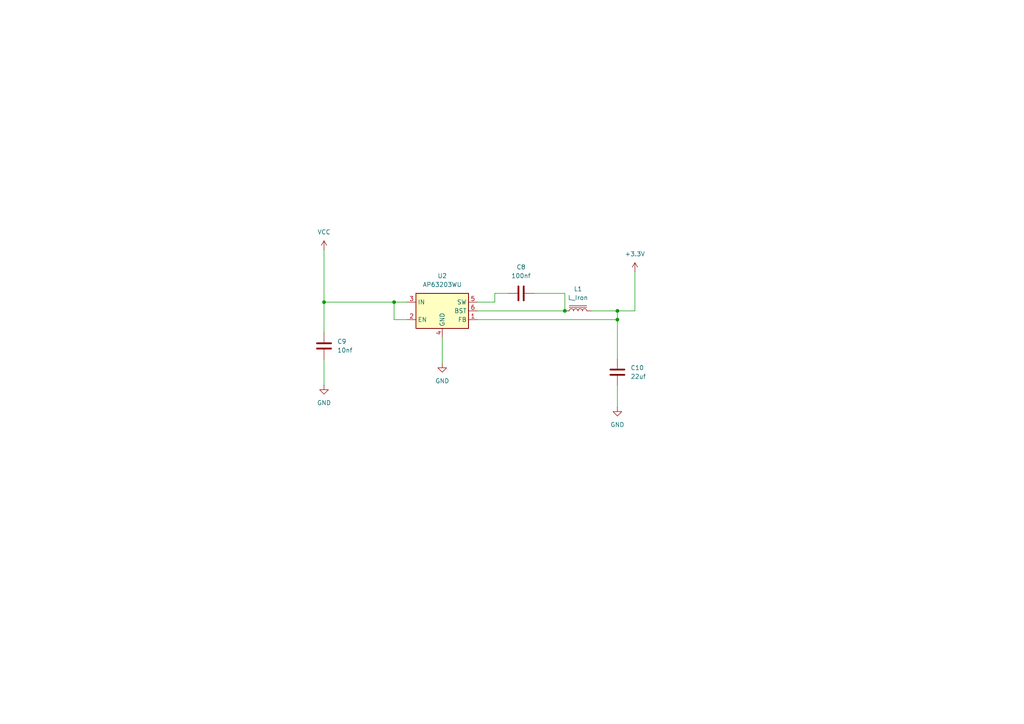
<source format=kicad_sch>
(kicad_sch
	(version 20250114)
	(generator "eeschema")
	(generator_version "9.0")
	(uuid "fc23e7ac-ea76-453a-9352-cc7dbd88fb0c")
	(paper "A4")
	(lib_symbols
		(symbol "Device:C"
			(pin_numbers
				(hide yes)
			)
			(pin_names
				(offset 0.254)
			)
			(exclude_from_sim no)
			(in_bom yes)
			(on_board yes)
			(property "Reference" "C"
				(at 0.635 2.54 0)
				(effects
					(font
						(size 1.27 1.27)
					)
					(justify left)
				)
			)
			(property "Value" "C"
				(at 0.635 -2.54 0)
				(effects
					(font
						(size 1.27 1.27)
					)
					(justify left)
				)
			)
			(property "Footprint" ""
				(at 0.9652 -3.81 0)
				(effects
					(font
						(size 1.27 1.27)
					)
					(hide yes)
				)
			)
			(property "Datasheet" "~"
				(at 0 0 0)
				(effects
					(font
						(size 1.27 1.27)
					)
					(hide yes)
				)
			)
			(property "Description" "Unpolarized capacitor"
				(at 0 0 0)
				(effects
					(font
						(size 1.27 1.27)
					)
					(hide yes)
				)
			)
			(property "ki_keywords" "cap capacitor"
				(at 0 0 0)
				(effects
					(font
						(size 1.27 1.27)
					)
					(hide yes)
				)
			)
			(property "ki_fp_filters" "C_*"
				(at 0 0 0)
				(effects
					(font
						(size 1.27 1.27)
					)
					(hide yes)
				)
			)
			(symbol "C_0_1"
				(polyline
					(pts
						(xy -2.032 0.762) (xy 2.032 0.762)
					)
					(stroke
						(width 0.508)
						(type default)
					)
					(fill
						(type none)
					)
				)
				(polyline
					(pts
						(xy -2.032 -0.762) (xy 2.032 -0.762)
					)
					(stroke
						(width 0.508)
						(type default)
					)
					(fill
						(type none)
					)
				)
			)
			(symbol "C_1_1"
				(pin passive line
					(at 0 3.81 270)
					(length 2.794)
					(name "~"
						(effects
							(font
								(size 1.27 1.27)
							)
						)
					)
					(number "1"
						(effects
							(font
								(size 1.27 1.27)
							)
						)
					)
				)
				(pin passive line
					(at 0 -3.81 90)
					(length 2.794)
					(name "~"
						(effects
							(font
								(size 1.27 1.27)
							)
						)
					)
					(number "2"
						(effects
							(font
								(size 1.27 1.27)
							)
						)
					)
				)
			)
			(embedded_fonts no)
		)
		(symbol "Device:L_Iron"
			(pin_numbers
				(hide yes)
			)
			(pin_names
				(offset 1.016)
				(hide yes)
			)
			(exclude_from_sim no)
			(in_bom yes)
			(on_board yes)
			(property "Reference" "L"
				(at -1.27 0 90)
				(effects
					(font
						(size 1.27 1.27)
					)
				)
			)
			(property "Value" "L_Iron"
				(at 2.794 0 90)
				(effects
					(font
						(size 1.27 1.27)
					)
				)
			)
			(property "Footprint" ""
				(at 0 0 0)
				(effects
					(font
						(size 1.27 1.27)
					)
					(hide yes)
				)
			)
			(property "Datasheet" "~"
				(at 0 0 0)
				(effects
					(font
						(size 1.27 1.27)
					)
					(hide yes)
				)
			)
			(property "Description" "Inductor with iron core"
				(at 0 0 0)
				(effects
					(font
						(size 1.27 1.27)
					)
					(hide yes)
				)
			)
			(property "ki_keywords" "inductor choke coil reactor magnetic"
				(at 0 0 0)
				(effects
					(font
						(size 1.27 1.27)
					)
					(hide yes)
				)
			)
			(property "ki_fp_filters" "Choke_* *Coil* Inductor_* L_*"
				(at 0 0 0)
				(effects
					(font
						(size 1.27 1.27)
					)
					(hide yes)
				)
			)
			(symbol "L_Iron_0_1"
				(arc
					(start 0 2.54)
					(mid 0.6323 1.905)
					(end 0 1.27)
					(stroke
						(width 0)
						(type default)
					)
					(fill
						(type none)
					)
				)
				(arc
					(start 0 1.27)
					(mid 0.6323 0.635)
					(end 0 0)
					(stroke
						(width 0)
						(type default)
					)
					(fill
						(type none)
					)
				)
				(arc
					(start 0 0)
					(mid 0.6323 -0.635)
					(end 0 -1.27)
					(stroke
						(width 0)
						(type default)
					)
					(fill
						(type none)
					)
				)
				(arc
					(start 0 -1.27)
					(mid 0.6323 -1.905)
					(end 0 -2.54)
					(stroke
						(width 0)
						(type default)
					)
					(fill
						(type none)
					)
				)
				(polyline
					(pts
						(xy 1.016 2.54) (xy 1.016 -2.54)
					)
					(stroke
						(width 0)
						(type default)
					)
					(fill
						(type none)
					)
				)
				(polyline
					(pts
						(xy 1.524 -2.54) (xy 1.524 2.54)
					)
					(stroke
						(width 0)
						(type default)
					)
					(fill
						(type none)
					)
				)
			)
			(symbol "L_Iron_1_1"
				(pin passive line
					(at 0 3.81 270)
					(length 1.27)
					(name "1"
						(effects
							(font
								(size 1.27 1.27)
							)
						)
					)
					(number "1"
						(effects
							(font
								(size 1.27 1.27)
							)
						)
					)
				)
				(pin passive line
					(at 0 -3.81 90)
					(length 1.27)
					(name "2"
						(effects
							(font
								(size 1.27 1.27)
							)
						)
					)
					(number "2"
						(effects
							(font
								(size 1.27 1.27)
							)
						)
					)
				)
			)
			(embedded_fonts no)
		)
		(symbol "Regulator_Switching:AP63203WU"
			(exclude_from_sim no)
			(in_bom yes)
			(on_board yes)
			(property "Reference" "U"
				(at -7.62 6.35 0)
				(effects
					(font
						(size 1.27 1.27)
					)
				)
			)
			(property "Value" "AP63203WU"
				(at 2.54 6.35 0)
				(effects
					(font
						(size 1.27 1.27)
					)
				)
			)
			(property "Footprint" "Package_TO_SOT_SMD:TSOT-23-6"
				(at 0 -22.86 0)
				(effects
					(font
						(size 1.27 1.27)
					)
					(hide yes)
				)
			)
			(property "Datasheet" "https://www.diodes.com/assets/Datasheets/AP63200-AP63201-AP63203-AP63205.pdf"
				(at 0 0 0)
				(effects
					(font
						(size 1.27 1.27)
					)
					(hide yes)
				)
			)
			(property "Description" "2A, 1.1MHz Buck DC/DC Converter, fixed 3.3V output voltage, TSOT-23-6"
				(at 0 0 0)
				(effects
					(font
						(size 1.27 1.27)
					)
					(hide yes)
				)
			)
			(property "ki_keywords" "2A Buck DC/DC"
				(at 0 0 0)
				(effects
					(font
						(size 1.27 1.27)
					)
					(hide yes)
				)
			)
			(property "ki_fp_filters" "TSOT?23*"
				(at 0 0 0)
				(effects
					(font
						(size 1.27 1.27)
					)
					(hide yes)
				)
			)
			(symbol "AP63203WU_0_1"
				(rectangle
					(start -7.62 5.08)
					(end 7.62 -5.08)
					(stroke
						(width 0.254)
						(type default)
					)
					(fill
						(type background)
					)
				)
			)
			(symbol "AP63203WU_1_1"
				(pin power_in line
					(at -10.16 2.54 0)
					(length 2.54)
					(name "IN"
						(effects
							(font
								(size 1.27 1.27)
							)
						)
					)
					(number "3"
						(effects
							(font
								(size 1.27 1.27)
							)
						)
					)
				)
				(pin input line
					(at -10.16 -2.54 0)
					(length 2.54)
					(name "EN"
						(effects
							(font
								(size 1.27 1.27)
							)
						)
					)
					(number "2"
						(effects
							(font
								(size 1.27 1.27)
							)
						)
					)
				)
				(pin power_in line
					(at 0 -7.62 90)
					(length 2.54)
					(name "GND"
						(effects
							(font
								(size 1.27 1.27)
							)
						)
					)
					(number "4"
						(effects
							(font
								(size 1.27 1.27)
							)
						)
					)
				)
				(pin output line
					(at 10.16 2.54 180)
					(length 2.54)
					(name "SW"
						(effects
							(font
								(size 1.27 1.27)
							)
						)
					)
					(number "5"
						(effects
							(font
								(size 1.27 1.27)
							)
						)
					)
				)
				(pin passive line
					(at 10.16 0 180)
					(length 2.54)
					(name "BST"
						(effects
							(font
								(size 1.27 1.27)
							)
						)
					)
					(number "6"
						(effects
							(font
								(size 1.27 1.27)
							)
						)
					)
				)
				(pin input line
					(at 10.16 -2.54 180)
					(length 2.54)
					(name "FB"
						(effects
							(font
								(size 1.27 1.27)
							)
						)
					)
					(number "1"
						(effects
							(font
								(size 1.27 1.27)
							)
						)
					)
				)
			)
			(embedded_fonts no)
		)
		(symbol "power:+3.3V"
			(power)
			(pin_numbers
				(hide yes)
			)
			(pin_names
				(offset 0)
				(hide yes)
			)
			(exclude_from_sim no)
			(in_bom yes)
			(on_board yes)
			(property "Reference" "#PWR"
				(at 0 -3.81 0)
				(effects
					(font
						(size 1.27 1.27)
					)
					(hide yes)
				)
			)
			(property "Value" "+3.3V"
				(at 0 3.556 0)
				(effects
					(font
						(size 1.27 1.27)
					)
				)
			)
			(property "Footprint" ""
				(at 0 0 0)
				(effects
					(font
						(size 1.27 1.27)
					)
					(hide yes)
				)
			)
			(property "Datasheet" ""
				(at 0 0 0)
				(effects
					(font
						(size 1.27 1.27)
					)
					(hide yes)
				)
			)
			(property "Description" "Power symbol creates a global label with name \"+3.3V\""
				(at 0 0 0)
				(effects
					(font
						(size 1.27 1.27)
					)
					(hide yes)
				)
			)
			(property "ki_keywords" "global power"
				(at 0 0 0)
				(effects
					(font
						(size 1.27 1.27)
					)
					(hide yes)
				)
			)
			(symbol "+3.3V_0_1"
				(polyline
					(pts
						(xy -0.762 1.27) (xy 0 2.54)
					)
					(stroke
						(width 0)
						(type default)
					)
					(fill
						(type none)
					)
				)
				(polyline
					(pts
						(xy 0 2.54) (xy 0.762 1.27)
					)
					(stroke
						(width 0)
						(type default)
					)
					(fill
						(type none)
					)
				)
				(polyline
					(pts
						(xy 0 0) (xy 0 2.54)
					)
					(stroke
						(width 0)
						(type default)
					)
					(fill
						(type none)
					)
				)
			)
			(symbol "+3.3V_1_1"
				(pin power_in line
					(at 0 0 90)
					(length 0)
					(name "~"
						(effects
							(font
								(size 1.27 1.27)
							)
						)
					)
					(number "1"
						(effects
							(font
								(size 1.27 1.27)
							)
						)
					)
				)
			)
			(embedded_fonts no)
		)
		(symbol "power:GND"
			(power)
			(pin_numbers
				(hide yes)
			)
			(pin_names
				(offset 0)
				(hide yes)
			)
			(exclude_from_sim no)
			(in_bom yes)
			(on_board yes)
			(property "Reference" "#PWR"
				(at 0 -6.35 0)
				(effects
					(font
						(size 1.27 1.27)
					)
					(hide yes)
				)
			)
			(property "Value" "GND"
				(at 0 -3.81 0)
				(effects
					(font
						(size 1.27 1.27)
					)
				)
			)
			(property "Footprint" ""
				(at 0 0 0)
				(effects
					(font
						(size 1.27 1.27)
					)
					(hide yes)
				)
			)
			(property "Datasheet" ""
				(at 0 0 0)
				(effects
					(font
						(size 1.27 1.27)
					)
					(hide yes)
				)
			)
			(property "Description" "Power symbol creates a global label with name \"GND\" , ground"
				(at 0 0 0)
				(effects
					(font
						(size 1.27 1.27)
					)
					(hide yes)
				)
			)
			(property "ki_keywords" "global power"
				(at 0 0 0)
				(effects
					(font
						(size 1.27 1.27)
					)
					(hide yes)
				)
			)
			(symbol "GND_0_1"
				(polyline
					(pts
						(xy 0 0) (xy 0 -1.27) (xy 1.27 -1.27) (xy 0 -2.54) (xy -1.27 -1.27) (xy 0 -1.27)
					)
					(stroke
						(width 0)
						(type default)
					)
					(fill
						(type none)
					)
				)
			)
			(symbol "GND_1_1"
				(pin power_in line
					(at 0 0 270)
					(length 0)
					(name "~"
						(effects
							(font
								(size 1.27 1.27)
							)
						)
					)
					(number "1"
						(effects
							(font
								(size 1.27 1.27)
							)
						)
					)
				)
			)
			(embedded_fonts no)
		)
		(symbol "power:VCC"
			(power)
			(pin_numbers
				(hide yes)
			)
			(pin_names
				(offset 0)
				(hide yes)
			)
			(exclude_from_sim no)
			(in_bom yes)
			(on_board yes)
			(property "Reference" "#PWR"
				(at 0 -3.81 0)
				(effects
					(font
						(size 1.27 1.27)
					)
					(hide yes)
				)
			)
			(property "Value" "VCC"
				(at 0 3.556 0)
				(effects
					(font
						(size 1.27 1.27)
					)
				)
			)
			(property "Footprint" ""
				(at 0 0 0)
				(effects
					(font
						(size 1.27 1.27)
					)
					(hide yes)
				)
			)
			(property "Datasheet" ""
				(at 0 0 0)
				(effects
					(font
						(size 1.27 1.27)
					)
					(hide yes)
				)
			)
			(property "Description" "Power symbol creates a global label with name \"VCC\""
				(at 0 0 0)
				(effects
					(font
						(size 1.27 1.27)
					)
					(hide yes)
				)
			)
			(property "ki_keywords" "global power"
				(at 0 0 0)
				(effects
					(font
						(size 1.27 1.27)
					)
					(hide yes)
				)
			)
			(symbol "VCC_0_1"
				(polyline
					(pts
						(xy -0.762 1.27) (xy 0 2.54)
					)
					(stroke
						(width 0)
						(type default)
					)
					(fill
						(type none)
					)
				)
				(polyline
					(pts
						(xy 0 2.54) (xy 0.762 1.27)
					)
					(stroke
						(width 0)
						(type default)
					)
					(fill
						(type none)
					)
				)
				(polyline
					(pts
						(xy 0 0) (xy 0 2.54)
					)
					(stroke
						(width 0)
						(type default)
					)
					(fill
						(type none)
					)
				)
			)
			(symbol "VCC_1_1"
				(pin power_in line
					(at 0 0 90)
					(length 0)
					(name "~"
						(effects
							(font
								(size 1.27 1.27)
							)
						)
					)
					(number "1"
						(effects
							(font
								(size 1.27 1.27)
							)
						)
					)
				)
			)
			(embedded_fonts no)
		)
	)
	(junction
		(at 163.83 90.17)
		(diameter 0)
		(color 0 0 0 0)
		(uuid "18009c13-3ce2-47fc-8166-70d23fe69e15")
	)
	(junction
		(at 93.98 87.63)
		(diameter 0)
		(color 0 0 0 0)
		(uuid "41bfb1c4-9c2c-434f-ae56-d101d2ce77b9")
	)
	(junction
		(at 114.3 87.63)
		(diameter 0)
		(color 0 0 0 0)
		(uuid "476ce4fa-3737-4beb-883c-4295fcd3072a")
	)
	(junction
		(at 179.07 92.71)
		(diameter 0)
		(color 0 0 0 0)
		(uuid "c4475e31-f1f3-481d-aeae-5327d77fca7b")
	)
	(junction
		(at 179.07 90.17)
		(diameter 0)
		(color 0 0 0 0)
		(uuid "cc7084ed-044e-499a-bbdb-79f8d8f78ade")
	)
	(wire
		(pts
			(xy 179.07 92.71) (xy 179.07 104.14)
		)
		(stroke
			(width 0)
			(type default)
		)
		(uuid "006c6f15-8d02-42ee-8357-74eadaf0ffa8")
	)
	(wire
		(pts
			(xy 118.11 92.71) (xy 114.3 92.71)
		)
		(stroke
			(width 0)
			(type default)
		)
		(uuid "02406705-9465-4362-ba90-a3a853db47e8")
	)
	(wire
		(pts
			(xy 179.07 111.76) (xy 179.07 118.11)
		)
		(stroke
			(width 0)
			(type default)
		)
		(uuid "0d284e8a-6abf-4b56-be2c-4aa0e463ccf4")
	)
	(wire
		(pts
			(xy 184.15 78.74) (xy 184.15 90.17)
		)
		(stroke
			(width 0)
			(type default)
		)
		(uuid "104669a5-b782-4929-94d8-60b86dc834f1")
	)
	(wire
		(pts
			(xy 93.98 87.63) (xy 93.98 72.39)
		)
		(stroke
			(width 0)
			(type default)
		)
		(uuid "26d08b97-188e-497d-b996-215b77840e30")
	)
	(wire
		(pts
			(xy 114.3 87.63) (xy 93.98 87.63)
		)
		(stroke
			(width 0)
			(type default)
		)
		(uuid "2bf3f935-aed6-44de-9603-6bac3a25a5d0")
	)
	(wire
		(pts
			(xy 179.07 90.17) (xy 184.15 90.17)
		)
		(stroke
			(width 0)
			(type default)
		)
		(uuid "32a90f57-e626-4e74-b320-1cdee5cf329f")
	)
	(wire
		(pts
			(xy 118.11 87.63) (xy 114.3 87.63)
		)
		(stroke
			(width 0)
			(type default)
		)
		(uuid "39c51adc-7aeb-451f-a67c-0bdc2d7926ec")
	)
	(wire
		(pts
			(xy 143.51 87.63) (xy 143.51 85.09)
		)
		(stroke
			(width 0)
			(type default)
		)
		(uuid "5ccd2ead-fc1e-4c21-9606-54abc057a23f")
	)
	(wire
		(pts
			(xy 128.27 97.79) (xy 128.27 105.41)
		)
		(stroke
			(width 0)
			(type default)
		)
		(uuid "5ffdbb86-de76-4c80-ba99-0e5dc2f5e219")
	)
	(wire
		(pts
			(xy 171.45 90.17) (xy 179.07 90.17)
		)
		(stroke
			(width 0)
			(type default)
		)
		(uuid "65fbf745-6f71-415c-b2db-332bb8ccb6cc")
	)
	(wire
		(pts
			(xy 179.07 90.17) (xy 179.07 92.71)
		)
		(stroke
			(width 0)
			(type default)
		)
		(uuid "6b75aede-512d-4c15-88b8-42f6c1abc1a4")
	)
	(wire
		(pts
			(xy 138.43 90.17) (xy 163.83 90.17)
		)
		(stroke
			(width 0)
			(type default)
		)
		(uuid "7bfd16fb-59b2-4f65-8d64-603ecf419829")
	)
	(wire
		(pts
			(xy 154.94 85.09) (xy 163.83 85.09)
		)
		(stroke
			(width 0)
			(type default)
		)
		(uuid "963d60ee-0d1a-40a9-8900-28071b1cb7e6")
	)
	(wire
		(pts
			(xy 143.51 85.09) (xy 147.32 85.09)
		)
		(stroke
			(width 0)
			(type default)
		)
		(uuid "9a5d57e4-8190-4c28-a380-b9a62a386619")
	)
	(wire
		(pts
			(xy 163.83 85.09) (xy 163.83 90.17)
		)
		(stroke
			(width 0)
			(type default)
		)
		(uuid "b2cb55c1-5ec8-4c76-a758-9eab22692e5f")
	)
	(wire
		(pts
			(xy 93.98 87.63) (xy 93.98 96.52)
		)
		(stroke
			(width 0)
			(type default)
		)
		(uuid "b426bd1b-bef3-4120-8227-273113f84933")
	)
	(wire
		(pts
			(xy 138.43 87.63) (xy 143.51 87.63)
		)
		(stroke
			(width 0)
			(type default)
		)
		(uuid "c2e9224d-40c7-4607-a2ed-37e627321bf2")
	)
	(wire
		(pts
			(xy 93.98 104.14) (xy 93.98 111.76)
		)
		(stroke
			(width 0)
			(type default)
		)
		(uuid "c6796476-6b1a-4a46-af00-366d990d09a1")
	)
	(wire
		(pts
			(xy 114.3 92.71) (xy 114.3 87.63)
		)
		(stroke
			(width 0)
			(type default)
		)
		(uuid "d8b9642f-7d6b-4929-8932-c6c49e7127c8")
	)
	(wire
		(pts
			(xy 138.43 92.71) (xy 179.07 92.71)
		)
		(stroke
			(width 0)
			(type default)
		)
		(uuid "fd1653f9-4762-4c74-98f6-59a1f5d00e54")
	)
	(symbol
		(lib_id "power:GND")
		(at 179.07 118.11 0)
		(unit 1)
		(exclude_from_sim no)
		(in_bom yes)
		(on_board yes)
		(dnp no)
		(fields_autoplaced yes)
		(uuid "030b17f9-cdc7-4e84-9e98-29ca8df9c1f4")
		(property "Reference" "#PWR042"
			(at 179.07 124.46 0)
			(effects
				(font
					(size 1.27 1.27)
				)
				(hide yes)
			)
		)
		(property "Value" "GND"
			(at 179.07 123.19 0)
			(effects
				(font
					(size 1.27 1.27)
				)
			)
		)
		(property "Footprint" ""
			(at 179.07 118.11 0)
			(effects
				(font
					(size 1.27 1.27)
				)
				(hide yes)
			)
		)
		(property "Datasheet" ""
			(at 179.07 118.11 0)
			(effects
				(font
					(size 1.27 1.27)
				)
				(hide yes)
			)
		)
		(property "Description" "Power symbol creates a global label with name \"GND\" , ground"
			(at 179.07 118.11 0)
			(effects
				(font
					(size 1.27 1.27)
				)
				(hide yes)
			)
		)
		(pin "1"
			(uuid "f570e275-6fd4-4bf4-9b6e-f5fd25e01bba")
		)
		(instances
			(project "micro autodoor"
				(path "/3dc9151e-2269-486b-a333-294da30e5c12/2a311e9e-5d57-4c9f-9d0e-316388e7aa1e"
					(reference "#PWR042")
					(unit 1)
				)
			)
		)
	)
	(symbol
		(lib_id "Device:L_Iron")
		(at 167.64 90.17 90)
		(unit 1)
		(exclude_from_sim no)
		(in_bom yes)
		(on_board yes)
		(dnp no)
		(fields_autoplaced yes)
		(uuid "0ddce1e6-30f4-4243-a749-8c033f6fa77f")
		(property "Reference" "L1"
			(at 167.64 83.82 90)
			(effects
				(font
					(size 1.27 1.27)
				)
			)
		)
		(property "Value" "L_Iron"
			(at 167.64 86.36 90)
			(effects
				(font
					(size 1.27 1.27)
				)
			)
		)
		(property "Footprint" ""
			(at 167.64 90.17 0)
			(effects
				(font
					(size 1.27 1.27)
				)
				(hide yes)
			)
		)
		(property "Datasheet" "~"
			(at 167.64 90.17 0)
			(effects
				(font
					(size 1.27 1.27)
				)
				(hide yes)
			)
		)
		(property "Description" "Inductor with iron core"
			(at 167.64 90.17 0)
			(effects
				(font
					(size 1.27 1.27)
				)
				(hide yes)
			)
		)
		(pin "2"
			(uuid "90ae4a82-e075-46fd-83d3-5dbd4a61f933")
		)
		(pin "1"
			(uuid "e7dd1447-83d3-4df8-9f85-769f9e9a2f19")
		)
		(instances
			(project ""
				(path "/3dc9151e-2269-486b-a333-294da30e5c12/2a311e9e-5d57-4c9f-9d0e-316388e7aa1e"
					(reference "L1")
					(unit 1)
				)
			)
		)
	)
	(symbol
		(lib_id "power:VCC")
		(at 93.98 72.39 0)
		(unit 1)
		(exclude_from_sim no)
		(in_bom yes)
		(on_board yes)
		(dnp no)
		(fields_autoplaced yes)
		(uuid "1932f92a-fcfa-45ee-b6eb-cdfe9c7ec5ce")
		(property "Reference" "#PWR05"
			(at 93.98 76.2 0)
			(effects
				(font
					(size 1.27 1.27)
				)
				(hide yes)
			)
		)
		(property "Value" "VCC"
			(at 93.98 67.31 0)
			(effects
				(font
					(size 1.27 1.27)
				)
			)
		)
		(property "Footprint" ""
			(at 93.98 72.39 0)
			(effects
				(font
					(size 1.27 1.27)
				)
				(hide yes)
			)
		)
		(property "Datasheet" ""
			(at 93.98 72.39 0)
			(effects
				(font
					(size 1.27 1.27)
				)
				(hide yes)
			)
		)
		(property "Description" "Power symbol creates a global label with name \"VCC\""
			(at 93.98 72.39 0)
			(effects
				(font
					(size 1.27 1.27)
				)
				(hide yes)
			)
		)
		(pin "1"
			(uuid "40a507ad-f7b7-4dc7-898b-57c4ca29902e")
		)
		(instances
			(project ""
				(path "/3dc9151e-2269-486b-a333-294da30e5c12/2a311e9e-5d57-4c9f-9d0e-316388e7aa1e"
					(reference "#PWR05")
					(unit 1)
				)
			)
		)
	)
	(symbol
		(lib_id "power:GND")
		(at 93.98 111.76 0)
		(unit 1)
		(exclude_from_sim no)
		(in_bom yes)
		(on_board yes)
		(dnp no)
		(fields_autoplaced yes)
		(uuid "3ff6da73-fe50-4539-a0ca-5786b686724c")
		(property "Reference" "#PWR06"
			(at 93.98 118.11 0)
			(effects
				(font
					(size 1.27 1.27)
				)
				(hide yes)
			)
		)
		(property "Value" "GND"
			(at 93.98 116.84 0)
			(effects
				(font
					(size 1.27 1.27)
				)
			)
		)
		(property "Footprint" ""
			(at 93.98 111.76 0)
			(effects
				(font
					(size 1.27 1.27)
				)
				(hide yes)
			)
		)
		(property "Datasheet" ""
			(at 93.98 111.76 0)
			(effects
				(font
					(size 1.27 1.27)
				)
				(hide yes)
			)
		)
		(property "Description" "Power symbol creates a global label with name \"GND\" , ground"
			(at 93.98 111.76 0)
			(effects
				(font
					(size 1.27 1.27)
				)
				(hide yes)
			)
		)
		(pin "1"
			(uuid "69b1ab8a-4c0d-41d5-8c47-ff778baba363")
		)
		(instances
			(project ""
				(path "/3dc9151e-2269-486b-a333-294da30e5c12/2a311e9e-5d57-4c9f-9d0e-316388e7aa1e"
					(reference "#PWR06")
					(unit 1)
				)
			)
		)
	)
	(symbol
		(lib_id "Device:C")
		(at 151.13 85.09 90)
		(unit 1)
		(exclude_from_sim no)
		(in_bom yes)
		(on_board yes)
		(dnp no)
		(fields_autoplaced yes)
		(uuid "5fcea5a3-5e49-4034-8a2e-eea024849945")
		(property "Reference" "C8"
			(at 151.13 77.47 90)
			(effects
				(font
					(size 1.27 1.27)
				)
			)
		)
		(property "Value" "100nf"
			(at 151.13 80.01 90)
			(effects
				(font
					(size 1.27 1.27)
				)
			)
		)
		(property "Footprint" ""
			(at 154.94 84.1248 0)
			(effects
				(font
					(size 1.27 1.27)
				)
				(hide yes)
			)
		)
		(property "Datasheet" "~"
			(at 151.13 85.09 0)
			(effects
				(font
					(size 1.27 1.27)
				)
				(hide yes)
			)
		)
		(property "Description" "Unpolarized capacitor"
			(at 151.13 85.09 0)
			(effects
				(font
					(size 1.27 1.27)
				)
				(hide yes)
			)
		)
		(pin "1"
			(uuid "ff1af585-b501-4a30-8915-bc0ce83c3c03")
		)
		(pin "2"
			(uuid "b65fd058-1af7-4042-a299-e1a3ed4f7ff1")
		)
		(instances
			(project ""
				(path "/3dc9151e-2269-486b-a333-294da30e5c12/2a311e9e-5d57-4c9f-9d0e-316388e7aa1e"
					(reference "C8")
					(unit 1)
				)
			)
		)
	)
	(symbol
		(lib_id "power:GND")
		(at 128.27 105.41 0)
		(unit 1)
		(exclude_from_sim no)
		(in_bom yes)
		(on_board yes)
		(dnp no)
		(fields_autoplaced yes)
		(uuid "873fd0f8-8b28-44f6-a394-984adf4c834a")
		(property "Reference" "#PWR034"
			(at 128.27 111.76 0)
			(effects
				(font
					(size 1.27 1.27)
				)
				(hide yes)
			)
		)
		(property "Value" "GND"
			(at 128.27 110.49 0)
			(effects
				(font
					(size 1.27 1.27)
				)
			)
		)
		(property "Footprint" ""
			(at 128.27 105.41 0)
			(effects
				(font
					(size 1.27 1.27)
				)
				(hide yes)
			)
		)
		(property "Datasheet" ""
			(at 128.27 105.41 0)
			(effects
				(font
					(size 1.27 1.27)
				)
				(hide yes)
			)
		)
		(property "Description" "Power symbol creates a global label with name \"GND\" , ground"
			(at 128.27 105.41 0)
			(effects
				(font
					(size 1.27 1.27)
				)
				(hide yes)
			)
		)
		(pin "1"
			(uuid "556041de-df4c-44c6-9f61-7add07af30ba")
		)
		(instances
			(project "micro autodoor"
				(path "/3dc9151e-2269-486b-a333-294da30e5c12/2a311e9e-5d57-4c9f-9d0e-316388e7aa1e"
					(reference "#PWR034")
					(unit 1)
				)
			)
		)
	)
	(symbol
		(lib_id "Regulator_Switching:AP63203WU")
		(at 128.27 90.17 0)
		(unit 1)
		(exclude_from_sim no)
		(in_bom yes)
		(on_board yes)
		(dnp no)
		(fields_autoplaced yes)
		(uuid "977291b5-8e28-4be7-9f81-e8bf89f8e145")
		(property "Reference" "U2"
			(at 128.27 80.01 0)
			(effects
				(font
					(size 1.27 1.27)
				)
			)
		)
		(property "Value" "AP63203WU"
			(at 128.27 82.55 0)
			(effects
				(font
					(size 1.27 1.27)
				)
			)
		)
		(property "Footprint" "Package_TO_SOT_SMD:TSOT-23-6"
			(at 128.27 113.03 0)
			(effects
				(font
					(size 1.27 1.27)
				)
				(hide yes)
			)
		)
		(property "Datasheet" "https://www.diodes.com/assets/Datasheets/AP63200-AP63201-AP63203-AP63205.pdf"
			(at 128.27 90.17 0)
			(effects
				(font
					(size 1.27 1.27)
				)
				(hide yes)
			)
		)
		(property "Description" "2A, 1.1MHz Buck DC/DC Converter, fixed 3.3V output voltage, TSOT-23-6"
			(at 128.27 90.17 0)
			(effects
				(font
					(size 1.27 1.27)
				)
				(hide yes)
			)
		)
		(pin "3"
			(uuid "fcfbf1dc-9070-4c26-af61-9e1a212e0ba3")
		)
		(pin "5"
			(uuid "f860a632-18d5-46f4-93df-50a06c7a9657")
		)
		(pin "6"
			(uuid "69da3aa0-f11b-485f-ac91-6d660b5f3c69")
		)
		(pin "4"
			(uuid "206b2c9a-4127-44bf-b7d0-b46aa583e076")
		)
		(pin "1"
			(uuid "807e84eb-eaf9-4fd9-bfd0-90076555a754")
		)
		(pin "2"
			(uuid "633b1c46-272e-4ecd-952f-393719234131")
		)
		(instances
			(project ""
				(path "/3dc9151e-2269-486b-a333-294da30e5c12/2a311e9e-5d57-4c9f-9d0e-316388e7aa1e"
					(reference "U2")
					(unit 1)
				)
			)
		)
	)
	(symbol
		(lib_id "power:+3.3V")
		(at 184.15 78.74 0)
		(unit 1)
		(exclude_from_sim no)
		(in_bom yes)
		(on_board yes)
		(dnp no)
		(fields_autoplaced yes)
		(uuid "bf11f45b-e505-4e58-88ed-80691765c26d")
		(property "Reference" "#PWR07"
			(at 184.15 82.55 0)
			(effects
				(font
					(size 1.27 1.27)
				)
				(hide yes)
			)
		)
		(property "Value" "+3.3V"
			(at 184.15 73.66 0)
			(effects
				(font
					(size 1.27 1.27)
				)
			)
		)
		(property "Footprint" ""
			(at 184.15 78.74 0)
			(effects
				(font
					(size 1.27 1.27)
				)
				(hide yes)
			)
		)
		(property "Datasheet" ""
			(at 184.15 78.74 0)
			(effects
				(font
					(size 1.27 1.27)
				)
				(hide yes)
			)
		)
		(property "Description" "Power symbol creates a global label with name \"+3.3V\""
			(at 184.15 78.74 0)
			(effects
				(font
					(size 1.27 1.27)
				)
				(hide yes)
			)
		)
		(pin "1"
			(uuid "6a191b18-4c3c-4d55-a43e-356509210be0")
		)
		(instances
			(project ""
				(path "/3dc9151e-2269-486b-a333-294da30e5c12/2a311e9e-5d57-4c9f-9d0e-316388e7aa1e"
					(reference "#PWR07")
					(unit 1)
				)
			)
		)
	)
	(symbol
		(lib_id "Device:C")
		(at 93.98 100.33 0)
		(unit 1)
		(exclude_from_sim no)
		(in_bom yes)
		(on_board yes)
		(dnp no)
		(fields_autoplaced yes)
		(uuid "e3c5d9d8-df0e-4d97-904c-5290fde7c59f")
		(property "Reference" "C9"
			(at 97.79 99.0599 0)
			(effects
				(font
					(size 1.27 1.27)
				)
				(justify left)
			)
		)
		(property "Value" "10nf"
			(at 97.79 101.5999 0)
			(effects
				(font
					(size 1.27 1.27)
				)
				(justify left)
			)
		)
		(property "Footprint" ""
			(at 94.9452 104.14 0)
			(effects
				(font
					(size 1.27 1.27)
				)
				(hide yes)
			)
		)
		(property "Datasheet" "~"
			(at 93.98 100.33 0)
			(effects
				(font
					(size 1.27 1.27)
				)
				(hide yes)
			)
		)
		(property "Description" "Unpolarized capacitor"
			(at 93.98 100.33 0)
			(effects
				(font
					(size 1.27 1.27)
				)
				(hide yes)
			)
		)
		(pin "1"
			(uuid "ff1af585-b501-4a30-8915-bc0ce83c3c03")
		)
		(pin "2"
			(uuid "b65fd058-1af7-4042-a299-e1a3ed4f7ff1")
		)
		(instances
			(project ""
				(path "/3dc9151e-2269-486b-a333-294da30e5c12/2a311e9e-5d57-4c9f-9d0e-316388e7aa1e"
					(reference "C9")
					(unit 1)
				)
			)
		)
	)
	(symbol
		(lib_id "Device:C")
		(at 179.07 107.95 0)
		(unit 1)
		(exclude_from_sim no)
		(in_bom yes)
		(on_board yes)
		(dnp no)
		(fields_autoplaced yes)
		(uuid "fbd8117e-ef06-4ecf-935e-9675afdab55a")
		(property "Reference" "C10"
			(at 182.88 106.6799 0)
			(effects
				(font
					(size 1.27 1.27)
				)
				(justify left)
			)
		)
		(property "Value" "22uf"
			(at 182.88 109.2199 0)
			(effects
				(font
					(size 1.27 1.27)
				)
				(justify left)
			)
		)
		(property "Footprint" ""
			(at 180.0352 111.76 0)
			(effects
				(font
					(size 1.27 1.27)
				)
				(hide yes)
			)
		)
		(property "Datasheet" "~"
			(at 179.07 107.95 0)
			(effects
				(font
					(size 1.27 1.27)
				)
				(hide yes)
			)
		)
		(property "Description" "Unpolarized capacitor"
			(at 179.07 107.95 0)
			(effects
				(font
					(size 1.27 1.27)
				)
				(hide yes)
			)
		)
		(pin "1"
			(uuid "ff1af585-b501-4a30-8915-bc0ce83c3c03")
		)
		(pin "2"
			(uuid "b65fd058-1af7-4042-a299-e1a3ed4f7ff1")
		)
		(instances
			(project ""
				(path "/3dc9151e-2269-486b-a333-294da30e5c12/2a311e9e-5d57-4c9f-9d0e-316388e7aa1e"
					(reference "C10")
					(unit 1)
				)
			)
		)
	)
)

</source>
